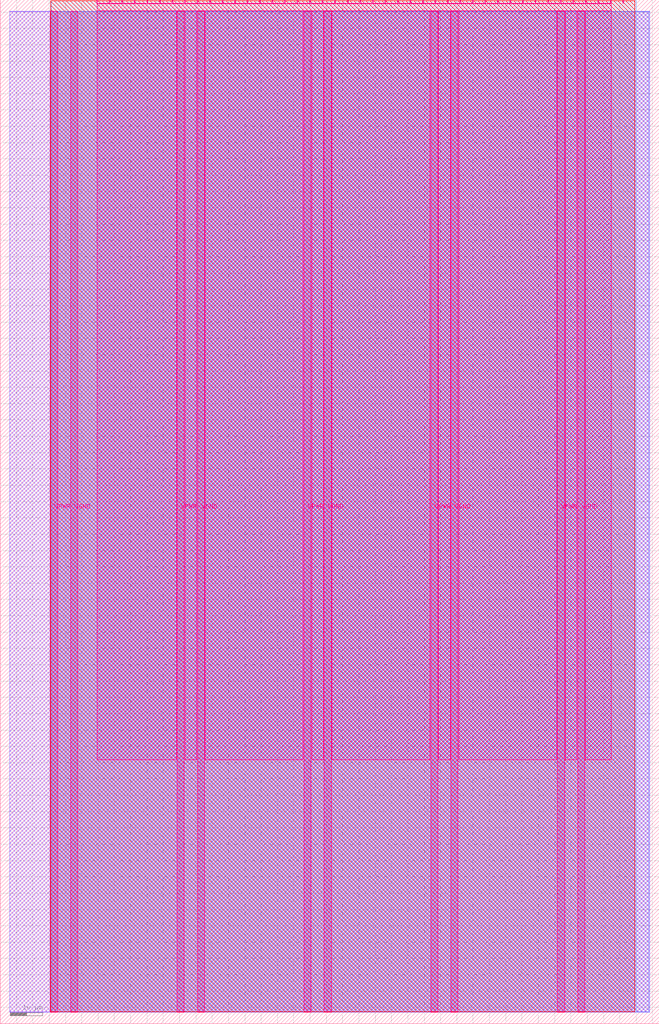
<source format=lef>
VERSION 5.7 ;
  NOWIREEXTENSIONATPIN ON ;
  DIVIDERCHAR "/" ;
  BUSBITCHARS "[]" ;
MACRO tt_um_Coline3003_top
  CLASS BLOCK ;
  FOREIGN tt_um_Coline3003_top ;
  ORIGIN 0.000 0.000 ;
  SIZE 202.080 BY 313.740 ;
  PIN VGND
    DIRECTION INOUT ;
    USE GROUND ;
    PORT
      LAYER Metal5 ;
        RECT 21.580 3.560 23.780 310.180 ;
    END
    PORT
      LAYER Metal5 ;
        RECT 60.450 3.560 62.650 310.180 ;
    END
    PORT
      LAYER Metal5 ;
        RECT 99.320 3.560 101.520 310.180 ;
    END
    PORT
      LAYER Metal5 ;
        RECT 138.190 3.560 140.390 310.180 ;
    END
    PORT
      LAYER Metal5 ;
        RECT 177.060 3.560 179.260 310.180 ;
    END
  END VGND
  PIN VPWR
    DIRECTION INOUT ;
    USE POWER ;
    PORT
      LAYER Metal5 ;
        RECT 15.380 3.560 17.580 310.180 ;
    END
    PORT
      LAYER Metal5 ;
        RECT 54.250 3.560 56.450 310.180 ;
    END
    PORT
      LAYER Metal5 ;
        RECT 93.120 3.560 95.320 310.180 ;
    END
    PORT
      LAYER Metal5 ;
        RECT 131.990 3.560 134.190 310.180 ;
    END
    PORT
      LAYER Metal5 ;
        RECT 170.860 3.560 173.060 310.180 ;
    END
  END VPWR
  PIN clk
    DIRECTION INPUT ;
    USE SIGNAL ;
    ANTENNAGATEAREA 0.213200 ;
    PORT
      LAYER Metal5 ;
        RECT 187.050 312.740 187.350 313.740 ;
    END
  END clk
  PIN ena
    DIRECTION INPUT ;
    USE SIGNAL ;
    PORT
      LAYER Metal5 ;
        RECT 190.890 312.740 191.190 313.740 ;
    END
  END ena
  PIN rst_n
    DIRECTION INPUT ;
    USE SIGNAL ;
    ANTENNAGATEAREA 0.314600 ;
    PORT
      LAYER Metal5 ;
        RECT 183.210 312.740 183.510 313.740 ;
    END
  END rst_n
  PIN ui_in[0]
    DIRECTION INPUT ;
    USE SIGNAL ;
    ANTENNAGATEAREA 0.393900 ;
    PORT
      LAYER Metal5 ;
        RECT 179.370 312.740 179.670 313.740 ;
    END
  END ui_in[0]
  PIN ui_in[1]
    DIRECTION INPUT ;
    USE SIGNAL ;
    ANTENNAGATEAREA 0.393900 ;
    PORT
      LAYER Metal5 ;
        RECT 175.530 312.740 175.830 313.740 ;
    END
  END ui_in[1]
  PIN ui_in[2]
    DIRECTION INPUT ;
    USE SIGNAL ;
    ANTENNAGATEAREA 0.213200 ;
    PORT
      LAYER Metal5 ;
        RECT 171.690 312.740 171.990 313.740 ;
    END
  END ui_in[2]
  PIN ui_in[3]
    DIRECTION INPUT ;
    USE SIGNAL ;
    ANTENNAGATEAREA 0.426400 ;
    PORT
      LAYER Metal5 ;
        RECT 167.850 312.740 168.150 313.740 ;
    END
  END ui_in[3]
  PIN ui_in[4]
    DIRECTION INPUT ;
    USE SIGNAL ;
    ANTENNAGATEAREA 0.213200 ;
    PORT
      LAYER Metal5 ;
        RECT 164.010 312.740 164.310 313.740 ;
    END
  END ui_in[4]
  PIN ui_in[5]
    DIRECTION INPUT ;
    USE SIGNAL ;
    ANTENNAGATEAREA 0.426400 ;
    PORT
      LAYER Metal5 ;
        RECT 160.170 312.740 160.470 313.740 ;
    END
  END ui_in[5]
  PIN ui_in[6]
    DIRECTION INPUT ;
    USE SIGNAL ;
    ANTENNAGATEAREA 0.393900 ;
    PORT
      LAYER Metal5 ;
        RECT 156.330 312.740 156.630 313.740 ;
    END
  END ui_in[6]
  PIN ui_in[7]
    DIRECTION INPUT ;
    USE SIGNAL ;
    ANTENNAGATEAREA 0.426400 ;
    PORT
      LAYER Metal5 ;
        RECT 152.490 312.740 152.790 313.740 ;
    END
  END ui_in[7]
  PIN uio_in[0]
    DIRECTION INPUT ;
    USE SIGNAL ;
    ANTENNAGATEAREA 3.863600 ;
    ANTENNADIFFAREA 12.092400 ;
    PORT
      LAYER Metal5 ;
        RECT 148.650 312.740 148.950 313.740 ;
    END
  END uio_in[0]
  PIN uio_in[1]
    DIRECTION INPUT ;
    USE SIGNAL ;
    ANTENNAGATEAREA 0.393900 ;
    PORT
      LAYER Metal5 ;
        RECT 144.810 312.740 145.110 313.740 ;
    END
  END uio_in[1]
  PIN uio_in[2]
    DIRECTION INPUT ;
    USE SIGNAL ;
    ANTENNAGATEAREA 0.426400 ;
    PORT
      LAYER Metal5 ;
        RECT 140.970 312.740 141.270 313.740 ;
    END
  END uio_in[2]
  PIN uio_in[3]
    DIRECTION INPUT ;
    USE SIGNAL ;
    ANTENNAGATEAREA 0.426400 ;
    PORT
      LAYER Metal5 ;
        RECT 137.130 312.740 137.430 313.740 ;
    END
  END uio_in[3]
  PIN uio_in[4]
    DIRECTION INPUT ;
    USE SIGNAL ;
    ANTENNAGATEAREA 1.430000 ;
    ANTENNADIFFAREA 4.030800 ;
    PORT
      LAYER Metal5 ;
        RECT 133.290 312.740 133.590 313.740 ;
    END
  END uio_in[4]
  PIN uio_in[5]
    DIRECTION INPUT ;
    USE SIGNAL ;
    ANTENNAGATEAREA 0.495300 ;
    PORT
      LAYER Metal5 ;
        RECT 129.450 312.740 129.750 313.740 ;
    END
  END uio_in[5]
  PIN uio_in[6]
    DIRECTION INPUT ;
    USE SIGNAL ;
    ANTENNAGATEAREA 0.426400 ;
    PORT
      LAYER Metal5 ;
        RECT 125.610 312.740 125.910 313.740 ;
    END
  END uio_in[6]
  PIN uio_in[7]
    DIRECTION INPUT ;
    USE SIGNAL ;
    ANTENNAGATEAREA 0.426400 ;
    PORT
      LAYER Metal5 ;
        RECT 121.770 312.740 122.070 313.740 ;
    END
  END uio_in[7]
  PIN uio_oe[0]
    DIRECTION OUTPUT ;
    USE SIGNAL ;
    ANTENNADIFFAREA 0.299200 ;
    PORT
      LAYER Metal5 ;
        RECT 56.490 312.740 56.790 313.740 ;
    END
  END uio_oe[0]
  PIN uio_oe[1]
    DIRECTION OUTPUT ;
    USE SIGNAL ;
    ANTENNADIFFAREA 0.299200 ;
    PORT
      LAYER Metal5 ;
        RECT 52.650 312.740 52.950 313.740 ;
    END
  END uio_oe[1]
  PIN uio_oe[2]
    DIRECTION OUTPUT ;
    USE SIGNAL ;
    ANTENNADIFFAREA 0.299200 ;
    PORT
      LAYER Metal5 ;
        RECT 48.810 312.740 49.110 313.740 ;
    END
  END uio_oe[2]
  PIN uio_oe[3]
    DIRECTION OUTPUT ;
    USE SIGNAL ;
    ANTENNADIFFAREA 0.299200 ;
    PORT
      LAYER Metal5 ;
        RECT 44.970 312.740 45.270 313.740 ;
    END
  END uio_oe[3]
  PIN uio_oe[4]
    DIRECTION OUTPUT ;
    USE SIGNAL ;
    ANTENNADIFFAREA 0.299200 ;
    PORT
      LAYER Metal5 ;
        RECT 41.130 312.740 41.430 313.740 ;
    END
  END uio_oe[4]
  PIN uio_oe[5]
    DIRECTION OUTPUT ;
    USE SIGNAL ;
    ANTENNADIFFAREA 0.299200 ;
    PORT
      LAYER Metal5 ;
        RECT 37.290 312.740 37.590 313.740 ;
    END
  END uio_oe[5]
  PIN uio_oe[6]
    DIRECTION OUTPUT ;
    USE SIGNAL ;
    ANTENNADIFFAREA 0.299200 ;
    PORT
      LAYER Metal5 ;
        RECT 33.450 312.740 33.750 313.740 ;
    END
  END uio_oe[6]
  PIN uio_oe[7]
    DIRECTION OUTPUT ;
    USE SIGNAL ;
    ANTENNADIFFAREA 0.299200 ;
    PORT
      LAYER Metal5 ;
        RECT 29.610 312.740 29.910 313.740 ;
    END
  END uio_oe[7]
  PIN uio_out[0]
    DIRECTION OUTPUT ;
    USE SIGNAL ;
    ANTENNADIFFAREA 0.299200 ;
    PORT
      LAYER Metal5 ;
        RECT 87.210 312.740 87.510 313.740 ;
    END
  END uio_out[0]
  PIN uio_out[1]
    DIRECTION OUTPUT ;
    USE SIGNAL ;
    ANTENNADIFFAREA 0.299200 ;
    PORT
      LAYER Metal5 ;
        RECT 83.370 312.740 83.670 313.740 ;
    END
  END uio_out[1]
  PIN uio_out[2]
    DIRECTION OUTPUT ;
    USE SIGNAL ;
    ANTENNADIFFAREA 0.299200 ;
    PORT
      LAYER Metal5 ;
        RECT 79.530 312.740 79.830 313.740 ;
    END
  END uio_out[2]
  PIN uio_out[3]
    DIRECTION OUTPUT ;
    USE SIGNAL ;
    ANTENNADIFFAREA 0.299200 ;
    PORT
      LAYER Metal5 ;
        RECT 75.690 312.740 75.990 313.740 ;
    END
  END uio_out[3]
  PIN uio_out[4]
    DIRECTION OUTPUT ;
    USE SIGNAL ;
    ANTENNADIFFAREA 0.299200 ;
    PORT
      LAYER Metal5 ;
        RECT 71.850 312.740 72.150 313.740 ;
    END
  END uio_out[4]
  PIN uio_out[5]
    DIRECTION OUTPUT ;
    USE SIGNAL ;
    ANTENNADIFFAREA 0.299200 ;
    PORT
      LAYER Metal5 ;
        RECT 68.010 312.740 68.310 313.740 ;
    END
  END uio_out[5]
  PIN uio_out[6]
    DIRECTION OUTPUT ;
    USE SIGNAL ;
    ANTENNADIFFAREA 0.299200 ;
    PORT
      LAYER Metal5 ;
        RECT 64.170 312.740 64.470 313.740 ;
    END
  END uio_out[6]
  PIN uio_out[7]
    DIRECTION OUTPUT ;
    USE SIGNAL ;
    ANTENNADIFFAREA 0.299200 ;
    PORT
      LAYER Metal5 ;
        RECT 60.330 312.740 60.630 313.740 ;
    END
  END uio_out[7]
  PIN uo_out[0]
    DIRECTION OUTPUT ;
    USE SIGNAL ;
    ANTENNADIFFAREA 0.654800 ;
    PORT
      LAYER Metal5 ;
        RECT 117.930 312.740 118.230 313.740 ;
    END
  END uo_out[0]
  PIN uo_out[1]
    DIRECTION OUTPUT ;
    USE SIGNAL ;
    ANTENNADIFFAREA 0.654800 ;
    PORT
      LAYER Metal5 ;
        RECT 114.090 312.740 114.390 313.740 ;
    END
  END uo_out[1]
  PIN uo_out[2]
    DIRECTION OUTPUT ;
    USE SIGNAL ;
    ANTENNADIFFAREA 0.706800 ;
    PORT
      LAYER Metal5 ;
        RECT 110.250 312.740 110.550 313.740 ;
    END
  END uo_out[2]
  PIN uo_out[3]
    DIRECTION OUTPUT ;
    USE SIGNAL ;
    ANTENNADIFFAREA 0.706800 ;
    PORT
      LAYER Metal5 ;
        RECT 106.410 312.740 106.710 313.740 ;
    END
  END uo_out[3]
  PIN uo_out[4]
    DIRECTION OUTPUT ;
    USE SIGNAL ;
    ANTENNADIFFAREA 0.706800 ;
    PORT
      LAYER Metal5 ;
        RECT 102.570 312.740 102.870 313.740 ;
    END
  END uo_out[4]
  PIN uo_out[5]
    DIRECTION OUTPUT ;
    USE SIGNAL ;
    ANTENNADIFFAREA 0.706800 ;
    PORT
      LAYER Metal5 ;
        RECT 98.730 312.740 99.030 313.740 ;
    END
  END uo_out[5]
  PIN uo_out[6]
    DIRECTION OUTPUT ;
    USE SIGNAL ;
    ANTENNADIFFAREA 0.706800 ;
    PORT
      LAYER Metal5 ;
        RECT 94.890 312.740 95.190 313.740 ;
    END
  END uo_out[6]
  PIN uo_out[7]
    DIRECTION OUTPUT ;
    USE SIGNAL ;
    ANTENNADIFFAREA 0.654800 ;
    PORT
      LAYER Metal5 ;
        RECT 91.050 312.740 91.350 313.740 ;
    END
  END uo_out[7]
  OBS
      LAYER GatPoly ;
        RECT 2.880 3.630 199.200 310.110 ;
      LAYER Metal1 ;
        RECT 2.880 3.560 199.200 310.180 ;
      LAYER Metal2 ;
        RECT 15.515 3.680 198.865 310.060 ;
      LAYER Metal3 ;
        RECT 15.560 3.635 194.980 313.465 ;
      LAYER Metal4 ;
        RECT 15.515 3.680 194.545 313.420 ;
      LAYER Metal5 ;
        RECT 30.120 312.530 33.240 312.740 ;
        RECT 33.960 312.530 37.080 312.740 ;
        RECT 37.800 312.530 40.920 312.740 ;
        RECT 41.640 312.530 44.760 312.740 ;
        RECT 45.480 312.530 48.600 312.740 ;
        RECT 49.320 312.530 52.440 312.740 ;
        RECT 53.160 312.530 56.280 312.740 ;
        RECT 57.000 312.530 60.120 312.740 ;
        RECT 60.840 312.530 63.960 312.740 ;
        RECT 64.680 312.530 67.800 312.740 ;
        RECT 68.520 312.530 71.640 312.740 ;
        RECT 72.360 312.530 75.480 312.740 ;
        RECT 76.200 312.530 79.320 312.740 ;
        RECT 80.040 312.530 83.160 312.740 ;
        RECT 83.880 312.530 87.000 312.740 ;
        RECT 87.720 312.530 90.840 312.740 ;
        RECT 91.560 312.530 94.680 312.740 ;
        RECT 95.400 312.530 98.520 312.740 ;
        RECT 99.240 312.530 102.360 312.740 ;
        RECT 103.080 312.530 106.200 312.740 ;
        RECT 106.920 312.530 110.040 312.740 ;
        RECT 110.760 312.530 113.880 312.740 ;
        RECT 114.600 312.530 117.720 312.740 ;
        RECT 118.440 312.530 121.560 312.740 ;
        RECT 122.280 312.530 125.400 312.740 ;
        RECT 126.120 312.530 129.240 312.740 ;
        RECT 129.960 312.530 133.080 312.740 ;
        RECT 133.800 312.530 136.920 312.740 ;
        RECT 137.640 312.530 140.760 312.740 ;
        RECT 141.480 312.530 144.600 312.740 ;
        RECT 145.320 312.530 148.440 312.740 ;
        RECT 149.160 312.530 152.280 312.740 ;
        RECT 153.000 312.530 156.120 312.740 ;
        RECT 156.840 312.530 159.960 312.740 ;
        RECT 160.680 312.530 163.800 312.740 ;
        RECT 164.520 312.530 167.640 312.740 ;
        RECT 168.360 312.530 171.480 312.740 ;
        RECT 172.200 312.530 175.320 312.740 ;
        RECT 176.040 312.530 179.160 312.740 ;
        RECT 179.880 312.530 183.000 312.740 ;
        RECT 183.720 312.530 186.840 312.740 ;
        RECT 29.660 310.390 187.300 312.530 ;
        RECT 29.660 80.915 54.040 310.390 ;
        RECT 56.660 80.915 60.240 310.390 ;
        RECT 62.860 80.915 92.910 310.390 ;
        RECT 95.530 80.915 99.110 310.390 ;
        RECT 101.730 80.915 131.780 310.390 ;
        RECT 134.400 80.915 137.980 310.390 ;
        RECT 140.600 80.915 170.650 310.390 ;
        RECT 173.270 80.915 176.850 310.390 ;
        RECT 179.470 80.915 187.300 310.390 ;
  END
END tt_um_Coline3003_top
END LIBRARY


</source>
